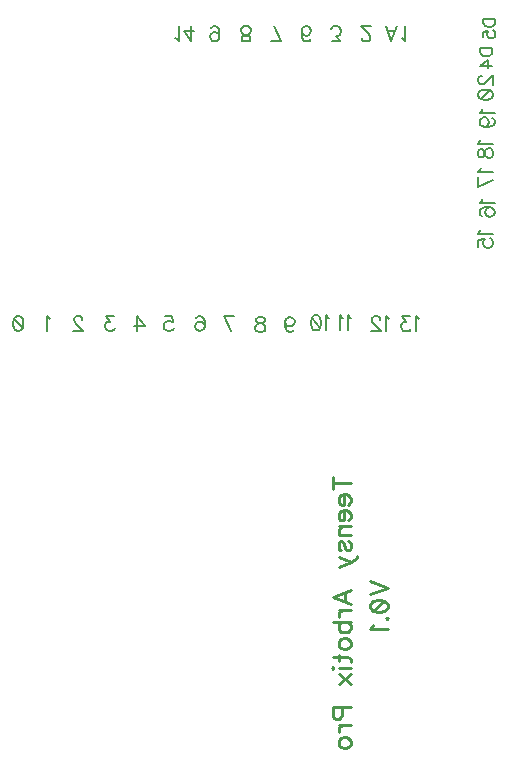
<source format=gbo>
G04 DipTrace Beta 2.9.0.1*
G04 TeensyArbotixPro.gbo*
%MOIN*%
G04 #@! TF.FileFunction,Legend,Bot*
G04 #@! TF.Part,Single*
%ADD105C,0.006176*%
%ADD106C,0.009264*%
%ADD107C,0.00772*%
%FSLAX26Y26*%
G04*
G70*
G90*
G75*
G01*
G04 BotSilk*
%LPD*%
X1643682Y1410473D2*
D106*
X1703970D1*
X1643682Y1430569D2*
Y1390377D1*
X1681023Y1371850D2*
Y1337429D1*
X1675252D1*
X1669482Y1340280D1*
X1666630Y1343132D1*
X1663778Y1348902D1*
Y1357525D1*
X1666630Y1363228D1*
X1672401Y1368998D1*
X1681023Y1371850D1*
X1686726D1*
X1695348Y1368998D1*
X1701052Y1363228D1*
X1703970Y1357525D1*
Y1348902D1*
X1701052Y1343132D1*
X1695348Y1337429D1*
X1681023Y1318901D2*
Y1284480D1*
X1675252D1*
X1669482Y1287331D1*
X1666630Y1290183D1*
X1663778Y1295954D1*
Y1304576D1*
X1666630Y1310279D1*
X1672401Y1316050D1*
X1681023Y1318901D1*
X1686726D1*
X1695348Y1316050D1*
X1701052Y1310279D1*
X1703970Y1304576D1*
Y1295954D1*
X1701052Y1290183D1*
X1695348Y1284480D1*
X1663778Y1265952D2*
X1703970D1*
X1675252D2*
X1666630Y1257330D1*
X1663778Y1251560D1*
Y1243005D1*
X1666630Y1237234D1*
X1675252Y1234383D1*
X1703970D1*
X1672401Y1184285D2*
X1666630Y1187137D1*
X1663778Y1195759D1*
Y1204381D1*
X1666630Y1213004D1*
X1672401Y1215855D1*
X1678104Y1213004D1*
X1681023Y1207233D1*
X1683874Y1192908D1*
X1686726Y1187137D1*
X1692497Y1184285D1*
X1695348D1*
X1701052Y1187137D1*
X1703970Y1195759D1*
Y1204381D1*
X1701052Y1213004D1*
X1695348Y1215855D1*
X1663778Y1162840D2*
X1703970Y1145662D1*
X1715444Y1151366D1*
X1721215Y1157136D1*
X1724066Y1162840D1*
Y1165758D1*
X1663778Y1128418D2*
X1703970Y1145662D1*
Y1005608D2*
X1643682Y1028622D1*
X1703970Y1051570D1*
X1683874Y1042948D2*
Y1014230D1*
X1663778Y987081D2*
X1703970D1*
X1681023D2*
X1672401Y984163D1*
X1666630Y978459D1*
X1663778Y972689D1*
Y964067D1*
X1643682Y945539D2*
X1703970D1*
X1672401D2*
X1666630Y939769D1*
X1663778Y934065D1*
Y925443D1*
X1666630Y919740D1*
X1672401Y913969D1*
X1681023Y911118D1*
X1686726D1*
X1695348Y913969D1*
X1701052Y919740D1*
X1703970Y925443D1*
Y934065D1*
X1701052Y939769D1*
X1695348Y945539D1*
X1663778Y878265D2*
X1666630Y883968D1*
X1672401Y889739D1*
X1681023Y892590D1*
X1686726D1*
X1695348Y889739D1*
X1701052Y883968D1*
X1703970Y878265D1*
Y869643D1*
X1701052Y863872D1*
X1695348Y858169D1*
X1686726Y855250D1*
X1681023D1*
X1672401Y858169D1*
X1666630Y863872D1*
X1663778Y869643D1*
Y878265D1*
X1643682Y828101D2*
X1692497D1*
X1701052Y825249D1*
X1703970Y819479D1*
Y813775D1*
X1663778Y836723D2*
Y816627D1*
X1643682Y795248D2*
X1646534Y792396D1*
X1643682Y789478D1*
X1640764Y792396D1*
X1643682Y795248D1*
X1663778Y792396D2*
X1703970D1*
X1663778Y770951D2*
X1703970Y739381D1*
X1663778D2*
X1703970Y770951D1*
X1675252Y662533D2*
Y636667D1*
X1672401Y628111D1*
X1669482Y625193D1*
X1663779Y622341D1*
X1655156D1*
X1649453Y625193D1*
X1646534Y628111D1*
X1643683Y636667D1*
Y662533D1*
X1703970D1*
X1663779Y603814D2*
X1703970D1*
X1681023D2*
X1672401Y600896D1*
X1666630Y595192D1*
X1663779Y589422D1*
Y580800D1*
X1663778Y547947D2*
X1666630Y553650D1*
X1672401Y559421D1*
X1681023Y562272D1*
X1686726D1*
X1695348Y559421D1*
X1701052Y553650D1*
X1703971Y547947D1*
Y539325D1*
X1701052Y533554D1*
X1695348Y527851D1*
X1686726Y524932D1*
X1681023D1*
X1672401Y527851D1*
X1666630Y533554D1*
X1663778Y539325D1*
Y547947D1*
X1767683Y1083764D2*
X1827970Y1060816D1*
X1767683Y1037868D1*
X1767749Y1002097D2*
X1770601Y1010719D1*
X1779223Y1016489D1*
X1793549Y1019341D1*
X1802171D1*
X1816497Y1016489D1*
X1825119Y1010719D1*
X1827970Y1002097D1*
Y996393D1*
X1825119Y987771D1*
X1816497Y982067D1*
X1802171Y979149D1*
X1793549D1*
X1779223Y982067D1*
X1770601Y987771D1*
X1767749Y996393D1*
Y1002097D1*
X1779223Y982067D2*
X1816497Y1016489D1*
X1822200Y957770D2*
X1825119Y960622D1*
X1827971Y957770D1*
X1825119Y954852D1*
X1822200Y957770D1*
X1779223Y936325D2*
X1776305Y930554D1*
X1767749Y921932D1*
X1827970D1*
X1859159Y2931877D2*
D107*
X1839980Y2881637D1*
X1820857Y2931877D1*
X1828042Y2915131D2*
X1851974D1*
X1874598Y2891254D2*
X1879406Y2888822D1*
X1886592Y2881692D1*
Y2931877D1*
X1740530Y2893631D2*
Y2891254D1*
X1742907Y2886446D1*
X1745283Y2884069D1*
X1750092Y2881692D1*
X1759653D1*
X1764406Y2884069D1*
X1766783Y2886446D1*
X1769215Y2891254D1*
Y2896007D1*
X1766783Y2900816D1*
X1762030Y2907945D1*
X1738098Y2931877D1*
X1771592D1*
X1642907Y2881692D2*
X1669160D1*
X1654845Y2900816D1*
X1662030D1*
X1666783Y2903192D1*
X1669160Y2905569D1*
X1671592Y2912754D1*
Y2917507D1*
X1669160Y2924692D1*
X1664406Y2929501D1*
X1657221Y2931877D1*
X1650036D1*
X1642907Y2929501D1*
X1640530Y2927069D1*
X1638098Y2922316D1*
X1569215Y2888822D2*
X1566838Y2884069D1*
X1559653Y2881692D1*
X1554900D1*
X1547715Y2884069D1*
X1542907Y2891254D1*
X1540530Y2903192D1*
Y2915131D1*
X1542907Y2924692D1*
X1547715Y2929501D1*
X1554900Y2931877D1*
X1557277D1*
X1564406Y2929501D1*
X1569215Y2924692D1*
X1571592Y2917507D1*
Y2915131D1*
X1569215Y2907945D1*
X1564406Y2903192D1*
X1557277Y2900816D1*
X1554900D1*
X1547715Y2903192D1*
X1542907Y2907946D1*
X1540530Y2915131D1*
X1447660Y2931877D2*
X1471592Y2881692D1*
X1438098D1*
X1350092D2*
X1342962Y2884069D1*
X1340530Y2888822D1*
Y2893631D1*
X1342962Y2898384D1*
X1347715Y2900816D1*
X1357277Y2903192D1*
X1364462Y2905569D1*
X1369215Y2910377D1*
X1371592Y2915131D1*
Y2922316D1*
X1369215Y2927069D1*
X1366838Y2929501D1*
X1359653Y2931877D1*
X1350092D1*
X1342962Y2929501D1*
X1340530Y2927069D1*
X1338154Y2922316D1*
X1338153Y2915131D1*
X1340530Y2910377D1*
X1345339Y2905569D1*
X1352468Y2903192D1*
X1362030Y2900816D1*
X1366838Y2898384D1*
X1369215Y2893631D1*
Y2888822D1*
X1366838Y2884069D1*
X1359653Y2881692D1*
X1350092D1*
X1266592Y2898384D2*
X1264160Y2905569D1*
X1259406Y2910377D1*
X1252221Y2912754D1*
X1249845D1*
X1242660Y2910377D1*
X1237907Y2905569D1*
X1235475Y2898384D1*
Y2896007D1*
X1237907Y2888822D1*
X1242660Y2884069D1*
X1249845Y2881692D1*
X1252221D1*
X1259406Y2884069D1*
X1264160Y2888822D1*
X1266592Y2898384D1*
Y2910377D1*
X1264160Y2922316D1*
X1259406Y2929501D1*
X1252221Y2931877D1*
X1247468D1*
X1240283Y2929501D1*
X1237907Y2924692D1*
X1119289Y2893254D2*
X1124097Y2890822D1*
X1131282Y2883693D1*
Y2933877D1*
X1170653D2*
Y2883692D1*
X1146722Y2917131D1*
X1182592D1*
X2138208Y2252829D2*
X2135776Y2248021D1*
X2128647Y2240836D1*
X2178831D1*
X2128647Y2196712D2*
Y2220588D1*
X2150146Y2222965D1*
X2147770Y2220588D1*
X2145338Y2213403D1*
Y2206273D1*
X2147770Y2199088D1*
X2152523Y2194280D1*
X2159708Y2191903D1*
X2164461D1*
X2171646Y2194280D1*
X2176455Y2199088D1*
X2178831Y2206273D1*
Y2213403D1*
X2176455Y2220588D1*
X2174023Y2222965D1*
X2169270Y2225397D1*
X2143208Y2355397D2*
X2140776Y2350589D1*
X2133647Y2343404D1*
X2183831D1*
X2140776Y2299280D2*
X2136023Y2301656D1*
X2133647Y2308841D1*
Y2313595D1*
X2136023Y2320780D1*
X2143208Y2325588D1*
X2155146Y2327965D1*
X2167085D1*
X2176646Y2325588D1*
X2181455Y2320780D1*
X2183831Y2313595D1*
Y2311218D1*
X2181455Y2304088D1*
X2176646Y2299280D1*
X2169461Y2296903D1*
X2167085D1*
X2159900Y2299280D1*
X2155146Y2304088D1*
X2152770Y2311218D1*
Y2313595D1*
X2155146Y2320780D1*
X2159900Y2325588D1*
X2167085Y2327965D1*
X2138208Y2457829D2*
X2135776Y2453021D1*
X2128647Y2445836D1*
X2178831D1*
Y2420835D2*
X2128647Y2396903D1*
Y2430397D1*
X2138208Y2552774D2*
X2135776Y2547966D1*
X2128647Y2540781D1*
X2178831Y2540780D1*
X2128647Y2513403D2*
X2131023Y2520533D1*
X2135776Y2522965D1*
X2140585D1*
X2145338Y2520533D1*
X2147770Y2515780D1*
X2150146Y2506218D1*
X2152523Y2499033D1*
X2157331Y2494280D1*
X2162085Y2491903D1*
X2169270D1*
X2174023Y2494280D1*
X2176455Y2496656D1*
X2178831Y2503841D1*
Y2513403D1*
X2176455Y2520533D1*
X2174023Y2522965D1*
X2169270Y2525341D1*
X2162085D1*
X2157331Y2522965D1*
X2152523Y2518156D1*
X2150146Y2511026D1*
X2147770Y2501465D1*
X2145338Y2496656D1*
X2140585Y2494280D1*
X2135776D1*
X2131023Y2496656D1*
X2128647Y2503841D1*
Y2513403D1*
X2143208Y2655453D2*
X2140776Y2650644D1*
X2133647Y2643459D1*
X2183831D1*
X2150338Y2596903D2*
X2157523Y2599335D1*
X2162331Y2604088D1*
X2164708Y2611273D1*
Y2613650D1*
X2162331Y2620835D1*
X2157523Y2625588D1*
X2150338Y2628020D1*
X2147961D1*
X2140776Y2625588D1*
X2136023Y2620835D1*
X2133647Y2613650D1*
Y2611273D1*
X2136023Y2604088D1*
X2140776Y2599335D1*
X2150338Y2596903D1*
X2162331D1*
X2174270Y2599335D1*
X2181455Y2604088D1*
X2183831Y2611273D1*
Y2616026D1*
X2181455Y2623211D1*
X2176646Y2625588D1*
X2140585Y2766897D2*
X2138208D1*
X2133400Y2764521D1*
X2131023Y2762144D1*
X2128647Y2757336D1*
Y2747774D1*
X2131023Y2743021D1*
X2133400Y2740644D1*
X2138208Y2738212D1*
X2142961D1*
X2147770Y2740644D1*
X2154900Y2745397D1*
X2178831Y2769329D1*
Y2735836D1*
X2128647Y2706026D2*
X2131023Y2713212D1*
X2138208Y2718020D1*
X2150146Y2720397D1*
X2157331D1*
X2169270Y2718020D1*
X2176455Y2713211D1*
X2178831Y2706026D1*
Y2701273D1*
X2176455Y2694088D1*
X2169270Y2689335D1*
X2157331Y2686903D1*
X2150146D1*
X2138208Y2689335D1*
X2131023Y2694088D1*
X2128647Y2701273D1*
Y2706026D1*
X2138208Y2689335D2*
X2169270Y2718020D1*
X2135200Y2858973D2*
D105*
X2175392D1*
Y2845576D1*
X2173446Y2839828D1*
X2169644Y2835981D1*
X2165797Y2834080D1*
X2160093Y2832179D1*
X2150498D1*
X2144750Y2834080D1*
X2140948Y2835981D1*
X2137101Y2839828D1*
X2135200Y2845576D1*
Y2858973D1*
X2175392Y2800682D2*
X2135244D1*
X2161994Y2819827D1*
Y2791131D1*
X2145200Y2957072D2*
X2185392D1*
Y2943675D1*
X2183446Y2937927D1*
X2179644Y2934080D1*
X2175797Y2932179D1*
X2170093Y2930277D1*
X2160498D1*
X2154750Y2932179D1*
X2150948Y2934080D1*
X2147101Y2937927D1*
X2145200Y2943675D1*
Y2957072D1*
X2145244Y2894978D2*
Y2914079D1*
X2162444Y2915980D1*
X2160542Y2914079D1*
X2158597Y2908331D1*
Y2902627D1*
X2160542Y2896879D1*
X2164345Y2893033D1*
X2170093Y2891131D1*
X2173895D1*
X2179643Y2893033D1*
X2183490Y2896879D1*
X2185392Y2902627D1*
Y2908331D1*
X2183490Y2914079D1*
X2181545Y2915980D1*
X2177742Y2917926D1*
X598385Y1965443D2*
D107*
X605570Y1963066D1*
X610378Y1955881D1*
X612755Y1943943D1*
Y1936758D1*
X610378Y1924820D1*
X605570Y1917635D1*
X598385Y1915258D1*
X593631D1*
X586446Y1917635D1*
X581693Y1924820D1*
X579261Y1936758D1*
Y1943943D1*
X581693Y1955881D1*
X586446Y1963066D1*
X593631Y1965443D1*
X598385D1*
X581693Y1955881D2*
X610378Y1924820D1*
X702844Y1956284D2*
X698036Y1958716D1*
X690851Y1965846D1*
Y1915661D1*
X809912Y1953907D2*
Y1956284D1*
X807536Y1961092D1*
X805159Y1963469D1*
X800350Y1965846D1*
X790789D1*
X786036Y1963469D1*
X783659Y1961092D1*
X781227Y1956284D1*
Y1951531D1*
X783659Y1946722D1*
X788412Y1939593D1*
X812344Y1915661D1*
X778851D1*
X913536Y1965846D2*
X887282D1*
X901597Y1946722D1*
X894412D1*
X889659Y1944346D1*
X887282Y1941969D1*
X884851Y1934784D1*
Y1930031D1*
X887282Y1922846D1*
X892036Y1918037D1*
X899221Y1915661D1*
X906406D1*
X913536Y1918037D1*
X915912Y1920469D1*
X918344Y1925223D1*
X992789Y1915661D2*
Y1965846D1*
X1016721Y1932408D1*
X980851D1*
X1085659Y1965846D2*
X1109536D1*
X1111912Y1944346D1*
X1109536Y1946722D1*
X1102350Y1949154D1*
X1095221D1*
X1088036Y1946722D1*
X1083227Y1941969D1*
X1080851Y1934784D1*
Y1930031D1*
X1083227Y1922846D1*
X1088036Y1918037D1*
X1095221Y1915661D1*
X1102350D1*
X1109536Y1918037D1*
X1111912Y1920469D1*
X1114344Y1925223D1*
X1188227Y1958716D2*
X1190604Y1963469D1*
X1197789Y1965846D1*
X1202542D1*
X1209727Y1963469D1*
X1214536Y1956284D1*
X1216912Y1944346D1*
Y1932408D1*
X1214536Y1922846D1*
X1209727Y1918037D1*
X1202542Y1915661D1*
X1200165D1*
X1193036Y1918037D1*
X1188227Y1922846D1*
X1185851Y1930031D1*
Y1932408D1*
X1188227Y1939593D1*
X1193036Y1944346D1*
X1200165Y1946722D1*
X1202542D1*
X1209727Y1944346D1*
X1214536Y1939593D1*
X1216912Y1932408D1*
X1304782Y1915661D2*
X1280851Y1965846D1*
X1314344D1*
X1407350Y1962846D2*
X1414480Y1960469D1*
X1416912Y1955716D1*
Y1950907D1*
X1414480Y1946154D1*
X1409727Y1943722D1*
X1400165Y1941346D1*
X1392980Y1938969D1*
X1388227Y1934161D1*
X1385851Y1929408D1*
Y1922223D1*
X1388227Y1917469D1*
X1390604Y1915037D1*
X1397789Y1912661D1*
X1407350D1*
X1414480Y1915037D1*
X1416912Y1917469D1*
X1419289Y1922223D1*
Y1929408D1*
X1416912Y1934161D1*
X1412104Y1938969D1*
X1404974Y1941346D1*
X1395412Y1943722D1*
X1390604Y1946154D1*
X1388227Y1950907D1*
Y1955716D1*
X1390604Y1960469D1*
X1397789Y1962846D1*
X1407350D1*
X1485851Y1946154D2*
X1488282Y1938969D1*
X1493036Y1934161D1*
X1500221Y1931784D1*
X1502597D1*
X1509782Y1934161D1*
X1514536Y1938969D1*
X1516967Y1946154D1*
Y1948531D1*
X1514536Y1955716D1*
X1509782Y1960469D1*
X1502597Y1962846D1*
X1500221D1*
X1493036Y1960469D1*
X1488282Y1955716D1*
X1485851Y1946154D1*
Y1934161D1*
X1488282Y1922223D1*
X1493036Y1915037D1*
X1500221Y1912661D1*
X1504974D1*
X1512159Y1915037D1*
X1514536Y1919846D1*
X1632777Y1958284D2*
X1627968Y1960716D1*
X1620783Y1967846D1*
Y1917661D1*
X1590974Y1967846D2*
X1598159Y1965469D1*
X1602967Y1958284D1*
X1605344Y1946346D1*
Y1939161D1*
X1602967Y1927223D1*
X1598159Y1920037D1*
X1590974Y1917661D1*
X1586221D1*
X1579036Y1920037D1*
X1574282Y1927223D1*
X1571851Y1939161D1*
Y1946346D1*
X1574282Y1958284D1*
X1579036Y1965469D1*
X1586221Y1967846D1*
X1590974D1*
X1574282Y1958284D2*
X1602967Y1927223D1*
X1706277Y1958284D2*
X1701468Y1960716D1*
X1694283Y1967846D1*
Y1917661D1*
X1678844Y1958284D2*
X1674036Y1960716D1*
X1666851Y1967846D1*
Y1917661D1*
X1832777Y1955284D2*
X1827968Y1957716D1*
X1820783Y1964846D1*
Y1914661D1*
X1802912Y1952907D2*
Y1955284D1*
X1800536Y1960092D1*
X1798159Y1962469D1*
X1793350Y1964846D1*
X1783789D1*
X1779036Y1962469D1*
X1776659Y1960092D1*
X1774227Y1955284D1*
Y1950531D1*
X1776659Y1945722D1*
X1781412Y1938593D1*
X1805344Y1914661D1*
X1771851D1*
X1932777Y1955284D2*
X1927968Y1957716D1*
X1920783Y1964846D1*
Y1914661D1*
X1900536Y1964846D2*
X1874282D1*
X1888597Y1945722D1*
X1881412D1*
X1876659Y1943346D1*
X1874282Y1940969D1*
X1871851Y1933784D1*
Y1929031D1*
X1874282Y1921846D1*
X1879036Y1917037D1*
X1886221Y1914661D1*
X1893406D1*
X1900536Y1917037D1*
X1902912Y1919469D1*
X1905344Y1924223D1*
M02*

</source>
